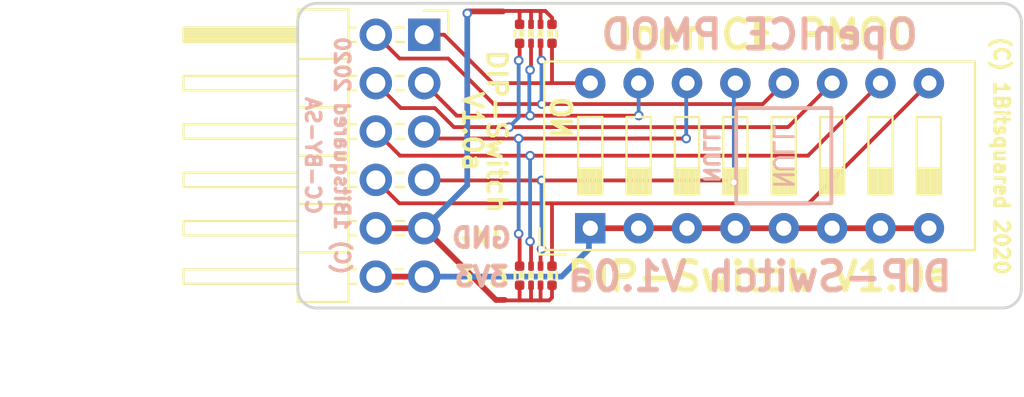
<source format=kicad_pcb>
(kicad_pcb (version 20171130) (host pcbnew "(5.1.4)-1")

  (general
    (thickness 1.6)
    (drawings 25)
    (tracks 128)
    (zones 0)
    (modules 5)
    (nets 11)
  )

  (page A4)
  (title_block
    (title "iCEBreaker PMOD - dip switch")
    (rev V1.1a)
    (company 1BitSquared)
    (comment 1 "(C) 2019 Piotr Esden-Tempski <piotr@esden.net>")
    (comment 2 "(C) 2019 1BitSquared <info@1bitsquared.com>")
    (comment 3 "License: CC-BY-SA V4.0")
  )

  (layers
    (0 F.Cu signal)
    (31 B.Cu signal)
    (32 B.Adhes user)
    (33 F.Adhes user)
    (34 B.Paste user)
    (35 F.Paste user)
    (36 B.SilkS user)
    (37 F.SilkS user)
    (38 B.Mask user)
    (39 F.Mask user)
    (40 Dwgs.User user)
    (41 Cmts.User user)
    (42 Eco1.User user)
    (43 Eco2.User user)
    (44 Edge.Cuts user)
    (45 Margin user)
    (46 B.CrtYd user)
    (47 F.CrtYd user)
    (48 B.Fab user)
    (49 F.Fab user)
  )

  (setup
    (last_trace_width 0.2)
    (user_trace_width 0.25)
    (user_trace_width 0.3)
    (trace_clearance 0.2)
    (zone_clearance 0.15)
    (zone_45_only no)
    (trace_min 0.2)
    (via_size 0.5)
    (via_drill 0.3)
    (via_min_size 0.5)
    (via_min_drill 0.3)
    (uvia_size 0.3)
    (uvia_drill 0.1)
    (uvias_allowed no)
    (uvia_min_size 0.2)
    (uvia_min_drill 0.1)
    (edge_width 0.15)
    (segment_width 0.2)
    (pcb_text_width 0.3)
    (pcb_text_size 1.5 1.5)
    (mod_edge_width 0.15)
    (mod_text_size 1 1)
    (mod_text_width 0.15)
    (pad_size 1.7 1.7)
    (pad_drill 1)
    (pad_to_mask_clearance 0.05)
    (solder_mask_min_width 0.05)
    (aux_axis_origin 30 48.2)
    (grid_origin 34.1 40.2)
    (visible_elements 7FFFFFFF)
    (pcbplotparams
      (layerselection 0x010fc_ffffffff)
      (usegerberextensions true)
      (usegerberattributes false)
      (usegerberadvancedattributes false)
      (creategerberjobfile false)
      (excludeedgelayer true)
      (linewidth 0.300000)
      (plotframeref false)
      (viasonmask false)
      (mode 1)
      (useauxorigin false)
      (hpglpennumber 1)
      (hpglpenspeed 20)
      (hpglpendiameter 15.000000)
      (psnegative false)
      (psa4output false)
      (plotreference true)
      (plotvalue true)
      (plotinvisibletext false)
      (padsonsilk false)
      (subtractmaskfromsilk true)
      (outputformat 1)
      (mirror false)
      (drillshape 0)
      (scaleselection 1)
      (outputdirectory "gerber"))
  )

  (net 0 "")
  (net 1 GND)
  (net 2 +3V3)
  (net 3 /DIP1)
  (net 4 /DIP2)
  (net 5 /DIP3)
  (net 6 /DIP4)
  (net 7 /DIP8)
  (net 8 /DIP7)
  (net 9 /DIP6)
  (net 10 /DIP5)

  (net_class Default "This is the default net class."
    (clearance 0.2)
    (trace_width 0.2)
    (via_dia 0.5)
    (via_drill 0.3)
    (uvia_dia 0.3)
    (uvia_drill 0.1)
    (add_net +3V3)
    (add_net /DIP1)
    (add_net /DIP2)
    (add_net /DIP3)
    (add_net /DIP4)
    (add_net /DIP5)
    (add_net /DIP6)
    (add_net /DIP7)
    (add_net /DIP8)
    (add_net GND)
  )

  (module pkl_logos:null_Logo_SilkS_5mm locked (layer B.Cu) (tedit 5E7ED123) (tstamp 5CAD879D)
    (at 55.52 40.2 90)
    (fp_text reference REF** (at 0 -4 90) (layer B.Fab)
      (effects (font (size 1 1) (thickness 0.15)) (justify mirror))
    )
    (fp_text value null_Logo_SilkS_5mm (at 0 4 90) (layer B.Fab)
      (effects (font (size 1 1) (thickness 0.15)) (justify mirror))
    )
    (fp_arc (start -0.4 -0.2) (end -0.7 -0.2) (angle 180) (layer B.SilkS) (width 0.15))
    (fp_line (start 1 -0.5) (end 1.5 -0.5) (layer B.SilkS) (width 0.15))
    (fp_line (start 1 0.5) (end 1 -0.5) (layer B.SilkS) (width 0.15))
    (fp_line (start 0.2 -0.5) (end 0.7 -0.5) (layer B.SilkS) (width 0.15))
    (fp_line (start 0.2 0.5) (end 0.2 -0.5) (layer B.SilkS) (width 0.15))
    (fp_line (start -0.1 0.5) (end -0.1 -0.2) (layer B.SilkS) (width 0.15))
    (fp_line (start -0.7 0.5) (end -0.7 -0.2) (layer B.SilkS) (width 0.15))
    (fp_line (start -1 -0.5) (end -1 0.5) (layer B.SilkS) (width 0.15))
    (fp_line (start -1.5 0.5) (end -1 -0.5) (layer B.SilkS) (width 0.15))
    (fp_line (start -1.5 -0.5) (end -1.5 0.5) (layer B.SilkS) (width 0.15))
    (fp_line (start 2.5 2.5) (end -2.5 2.5) (layer B.SilkS) (width 0.2))
    (fp_line (start -2.5 2.5) (end -2.5 -2.5) (layer B.SilkS) (width 0.2))
    (fp_line (start 2.5 2.5) (end 2.5 -2.5) (layer B.SilkS) (width 0.2))
    (fp_line (start -2.5 -2.5) (end 2.5 -2.5) (layer B.SilkS) (width 0.2))
  )

  (module Button_Switch_THT:SW_DIP_SPSTx08_Slide_9.78x22.5mm_W7.62mm_P2.54mm (layer F.Cu) (tedit 5CD9B3D5) (tstamp 5CDAF59B)
    (at 45.36 44.01 90)
    (descr "8x-dip-switch SPST , Slide, row spacing 7.62 mm (300 mils), body size 9.78x22.5mm (see e.g. https://www.ctscorp.com/wp-content/uploads/206-208.pdf)")
    (tags "DIP Switch SPST Slide 7.62mm 300mil")
    (path /5BC3452A)
    (fp_text reference SW1 (at 7.01 8.84) (layer F.Fab)
      (effects (font (size 1 1) (thickness 0.15)))
    )
    (fp_text value SW_DIP_x08 (at -0.09 8.84) (layer F.Fab)
      (effects (font (size 1 1) (thickness 0.15)))
    )
    (fp_text user on (at 5.365 -1.4975 90) (layer F.Fab)
      (effects (font (size 0.8 0.8) (thickness 0.12)))
    )
    (fp_line (start 8.95 -2.7) (end -1.35 -2.7) (layer F.CrtYd) (width 0.05))
    (fp_line (start 8.95 20.5) (end 8.95 -2.7) (layer F.CrtYd) (width 0.05))
    (fp_line (start -1.35 20.5) (end 8.95 20.5) (layer F.CrtYd) (width 0.05))
    (fp_line (start -1.35 -2.7) (end -1.35 20.5) (layer F.CrtYd) (width 0.05))
    (fp_line (start 3.133333 17.145) (end 3.133333 18.415) (layer F.SilkS) (width 0.12))
    (fp_line (start 1.78 18.345) (end 3.133333 18.345) (layer F.SilkS) (width 0.12))
    (fp_line (start 1.78 18.225) (end 3.133333 18.225) (layer F.SilkS) (width 0.12))
    (fp_line (start 1.78 18.105) (end 3.133333 18.105) (layer F.SilkS) (width 0.12))
    (fp_line (start 1.78 17.985) (end 3.133333 17.985) (layer F.SilkS) (width 0.12))
    (fp_line (start 1.78 17.865) (end 3.133333 17.865) (layer F.SilkS) (width 0.12))
    (fp_line (start 1.78 17.745) (end 3.133333 17.745) (layer F.SilkS) (width 0.12))
    (fp_line (start 1.78 17.625) (end 3.133333 17.625) (layer F.SilkS) (width 0.12))
    (fp_line (start 1.78 17.505) (end 3.133333 17.505) (layer F.SilkS) (width 0.12))
    (fp_line (start 1.78 17.385) (end 3.133333 17.385) (layer F.SilkS) (width 0.12))
    (fp_line (start 1.78 17.265) (end 3.133333 17.265) (layer F.SilkS) (width 0.12))
    (fp_line (start 5.84 17.145) (end 1.78 17.145) (layer F.SilkS) (width 0.12))
    (fp_line (start 5.84 18.415) (end 5.84 17.145) (layer F.SilkS) (width 0.12))
    (fp_line (start 1.78 18.415) (end 5.84 18.415) (layer F.SilkS) (width 0.12))
    (fp_line (start 1.78 17.145) (end 1.78 18.415) (layer F.SilkS) (width 0.12))
    (fp_line (start 3.133333 14.605) (end 3.133333 15.875) (layer F.SilkS) (width 0.12))
    (fp_line (start 1.78 15.805) (end 3.133333 15.805) (layer F.SilkS) (width 0.12))
    (fp_line (start 1.78 15.685) (end 3.133333 15.685) (layer F.SilkS) (width 0.12))
    (fp_line (start 1.78 15.565) (end 3.133333 15.565) (layer F.SilkS) (width 0.12))
    (fp_line (start 1.78 15.445) (end 3.133333 15.445) (layer F.SilkS) (width 0.12))
    (fp_line (start 1.78 15.325) (end 3.133333 15.325) (layer F.SilkS) (width 0.12))
    (fp_line (start 1.78 15.205) (end 3.133333 15.205) (layer F.SilkS) (width 0.12))
    (fp_line (start 1.78 15.085) (end 3.133333 15.085) (layer F.SilkS) (width 0.12))
    (fp_line (start 1.78 14.965) (end 3.133333 14.965) (layer F.SilkS) (width 0.12))
    (fp_line (start 1.78 14.845) (end 3.133333 14.845) (layer F.SilkS) (width 0.12))
    (fp_line (start 1.78 14.725) (end 3.133333 14.725) (layer F.SilkS) (width 0.12))
    (fp_line (start 5.84 14.605) (end 1.78 14.605) (layer F.SilkS) (width 0.12))
    (fp_line (start 5.84 15.875) (end 5.84 14.605) (layer F.SilkS) (width 0.12))
    (fp_line (start 1.78 15.875) (end 5.84 15.875) (layer F.SilkS) (width 0.12))
    (fp_line (start 1.78 14.605) (end 1.78 15.875) (layer F.SilkS) (width 0.12))
    (fp_line (start 3.133333 12.065) (end 3.133333 13.335) (layer F.SilkS) (width 0.12))
    (fp_line (start 1.78 13.265) (end 3.133333 13.265) (layer F.SilkS) (width 0.12))
    (fp_line (start 1.78 13.145) (end 3.133333 13.145) (layer F.SilkS) (width 0.12))
    (fp_line (start 1.78 13.025) (end 3.133333 13.025) (layer F.SilkS) (width 0.12))
    (fp_line (start 1.78 12.905) (end 3.133333 12.905) (layer F.SilkS) (width 0.12))
    (fp_line (start 1.78 12.785) (end 3.133333 12.785) (layer F.SilkS) (width 0.12))
    (fp_line (start 1.78 12.665) (end 3.133333 12.665) (layer F.SilkS) (width 0.12))
    (fp_line (start 1.78 12.545) (end 3.133333 12.545) (layer F.SilkS) (width 0.12))
    (fp_line (start 1.78 12.425) (end 3.133333 12.425) (layer F.SilkS) (width 0.12))
    (fp_line (start 1.78 12.305) (end 3.133333 12.305) (layer F.SilkS) (width 0.12))
    (fp_line (start 1.78 12.185) (end 3.133333 12.185) (layer F.SilkS) (width 0.12))
    (fp_line (start 5.84 12.065) (end 1.78 12.065) (layer F.SilkS) (width 0.12))
    (fp_line (start 5.84 13.335) (end 5.84 12.065) (layer F.SilkS) (width 0.12))
    (fp_line (start 1.78 13.335) (end 5.84 13.335) (layer F.SilkS) (width 0.12))
    (fp_line (start 1.78 12.065) (end 1.78 13.335) (layer F.SilkS) (width 0.12))
    (fp_line (start 3.133333 9.525) (end 3.133333 10.795) (layer F.SilkS) (width 0.12))
    (fp_line (start 1.78 10.725) (end 3.133333 10.725) (layer F.SilkS) (width 0.12))
    (fp_line (start 1.78 10.605) (end 3.133333 10.605) (layer F.SilkS) (width 0.12))
    (fp_line (start 1.78 10.485) (end 3.133333 10.485) (layer F.SilkS) (width 0.12))
    (fp_line (start 1.78 10.365) (end 3.133333 10.365) (layer F.SilkS) (width 0.12))
    (fp_line (start 1.78 10.245) (end 3.133333 10.245) (layer F.SilkS) (width 0.12))
    (fp_line (start 1.78 10.125) (end 3.133333 10.125) (layer F.SilkS) (width 0.12))
    (fp_line (start 1.78 10.005) (end 3.133333 10.005) (layer F.SilkS) (width 0.12))
    (fp_line (start 1.78 9.885) (end 3.133333 9.885) (layer F.SilkS) (width 0.12))
    (fp_line (start 1.78 9.765) (end 3.133333 9.765) (layer F.SilkS) (width 0.12))
    (fp_line (start 1.78 9.645) (end 3.133333 9.645) (layer F.SilkS) (width 0.12))
    (fp_line (start 5.84 9.525) (end 1.78 9.525) (layer F.SilkS) (width 0.12))
    (fp_line (start 5.84 10.795) (end 5.84 9.525) (layer F.SilkS) (width 0.12))
    (fp_line (start 1.78 10.795) (end 5.84 10.795) (layer F.SilkS) (width 0.12))
    (fp_line (start 1.78 9.525) (end 1.78 10.795) (layer F.SilkS) (width 0.12))
    (fp_line (start 3.133333 6.985) (end 3.133333 8.255) (layer F.SilkS) (width 0.12))
    (fp_line (start 1.78 8.185) (end 3.133333 8.185) (layer F.SilkS) (width 0.12))
    (fp_line (start 1.78 8.065) (end 3.133333 8.065) (layer F.SilkS) (width 0.12))
    (fp_line (start 1.78 7.945) (end 3.133333 7.945) (layer F.SilkS) (width 0.12))
    (fp_line (start 1.78 7.825) (end 3.133333 7.825) (layer F.SilkS) (width 0.12))
    (fp_line (start 1.78 7.705) (end 3.133333 7.705) (layer F.SilkS) (width 0.12))
    (fp_line (start 1.78 7.585) (end 3.133333 7.585) (layer F.SilkS) (width 0.12))
    (fp_line (start 1.78 7.465) (end 3.133333 7.465) (layer F.SilkS) (width 0.12))
    (fp_line (start 1.78 7.345) (end 3.133333 7.345) (layer F.SilkS) (width 0.12))
    (fp_line (start 1.78 7.225) (end 3.133333 7.225) (layer F.SilkS) (width 0.12))
    (fp_line (start 1.78 7.105) (end 3.133333 7.105) (layer F.SilkS) (width 0.12))
    (fp_line (start 5.84 6.985) (end 1.78 6.985) (layer F.SilkS) (width 0.12))
    (fp_line (start 5.84 8.255) (end 5.84 6.985) (layer F.SilkS) (width 0.12))
    (fp_line (start 1.78 8.255) (end 5.84 8.255) (layer F.SilkS) (width 0.12))
    (fp_line (start 1.78 6.985) (end 1.78 8.255) (layer F.SilkS) (width 0.12))
    (fp_line (start 3.133333 4.445) (end 3.133333 5.715) (layer F.SilkS) (width 0.12))
    (fp_line (start 1.78 5.645) (end 3.133333 5.645) (layer F.SilkS) (width 0.12))
    (fp_line (start 1.78 5.525) (end 3.133333 5.525) (layer F.SilkS) (width 0.12))
    (fp_line (start 1.78 5.405) (end 3.133333 5.405) (layer F.SilkS) (width 0.12))
    (fp_line (start 1.78 5.285) (end 3.133333 5.285) (layer F.SilkS) (width 0.12))
    (fp_line (start 1.78 5.165) (end 3.133333 5.165) (layer F.SilkS) (width 0.12))
    (fp_line (start 1.78 5.045) (end 3.133333 5.045) (layer F.SilkS) (width 0.12))
    (fp_line (start 1.78 4.925) (end 3.133333 4.925) (layer F.SilkS) (width 0.12))
    (fp_line (start 1.78 4.805) (end 3.133333 4.805) (layer F.SilkS) (width 0.12))
    (fp_line (start 1.78 4.685) (end 3.133333 4.685) (layer F.SilkS) (width 0.12))
    (fp_line (start 1.78 4.565) (end 3.133333 4.565) (layer F.SilkS) (width 0.12))
    (fp_line (start 5.84 4.445) (end 1.78 4.445) (layer F.SilkS) (width 0.12))
    (fp_line (start 5.84 5.715) (end 5.84 4.445) (layer F.SilkS) (width 0.12))
    (fp_line (start 1.78 5.715) (end 5.84 5.715) (layer F.SilkS) (width 0.12))
    (fp_line (start 1.78 4.445) (end 1.78 5.715) (layer F.SilkS) (width 0.12))
    (fp_line (start 3.133333 1.905) (end 3.133333 3.175) (layer F.SilkS) (width 0.12))
    (fp_line (start 1.78 3.105) (end 3.133333 3.105) (layer F.SilkS) (width 0.12))
    (fp_line (start 1.78 2.985) (end 3.133333 2.985) (layer F.SilkS) (width 0.12))
    (fp_line (start 1.78 2.865) (end 3.133333 2.865) (layer F.SilkS) (width 0.12))
    (fp_line (start 1.78 2.745) (end 3.133333 2.745) (layer F.SilkS) (width 0.12))
    (fp_line (start 1.78 2.625) (end 3.133333 2.625) (layer F.SilkS) (width 0.12))
    (fp_line (start 1.78 2.505) (end 3.133333 2.505) (layer F.SilkS) (width 0.12))
    (fp_line (start 1.78 2.385) (end 3.133333 2.385) (layer F.SilkS) (width 0.12))
    (fp_line (start 1.78 2.265) (end 3.133333 2.265) (layer F.SilkS) (width 0.12))
    (fp_line (start 1.78 2.145) (end 3.133333 2.145) (layer F.SilkS) (width 0.12))
    (fp_line (start 1.78 2.025) (end 3.133333 2.025) (layer F.SilkS) (width 0.12))
    (fp_line (start 5.84 1.905) (end 1.78 1.905) (layer F.SilkS) (width 0.12))
    (fp_line (start 5.84 3.175) (end 5.84 1.905) (layer F.SilkS) (width 0.12))
    (fp_line (start 1.78 3.175) (end 5.84 3.175) (layer F.SilkS) (width 0.12))
    (fp_line (start 1.78 1.905) (end 1.78 3.175) (layer F.SilkS) (width 0.12))
    (fp_line (start 3.133333 -0.635) (end 3.133333 0.635) (layer F.SilkS) (width 0.12))
    (fp_line (start 1.78 0.565) (end 3.133333 0.565) (layer F.SilkS) (width 0.12))
    (fp_line (start 1.78 0.445) (end 3.133333 0.445) (layer F.SilkS) (width 0.12))
    (fp_line (start 1.78 0.325) (end 3.133333 0.325) (layer F.SilkS) (width 0.12))
    (fp_line (start 1.78 0.205) (end 3.133333 0.205) (layer F.SilkS) (width 0.12))
    (fp_line (start 1.78 0.085) (end 3.133333 0.085) (layer F.SilkS) (width 0.12))
    (fp_line (start 1.78 -0.035) (end 3.133333 -0.035) (layer F.SilkS) (width 0.12))
    (fp_line (start 1.78 -0.155) (end 3.133333 -0.155) (layer F.SilkS) (width 0.12))
    (fp_line (start 1.78 -0.275) (end 3.133333 -0.275) (layer F.SilkS) (width 0.12))
    (fp_line (start 1.78 -0.395) (end 3.133333 -0.395) (layer F.SilkS) (width 0.12))
    (fp_line (start 1.78 -0.515) (end 3.133333 -0.515) (layer F.SilkS) (width 0.12))
    (fp_line (start 5.84 -0.635) (end 1.78 -0.635) (layer F.SilkS) (width 0.12))
    (fp_line (start 5.84 0.635) (end 5.84 -0.635) (layer F.SilkS) (width 0.12))
    (fp_line (start 1.78 0.635) (end 5.84 0.635) (layer F.SilkS) (width 0.12))
    (fp_line (start 1.78 -0.635) (end 1.78 0.635) (layer F.SilkS) (width 0.12))
    (fp_line (start -1.38 -2.66) (end -1.38 -1.277) (layer F.SilkS) (width 0.12))
    (fp_line (start -1.38 -2.66) (end 0.004 -2.66) (layer F.SilkS) (width 0.12))
    (fp_line (start 8.76 -2.42) (end 8.76 20.201) (layer F.SilkS) (width 0.12))
    (fp_line (start -1.14 -2.42) (end -1.14 20.201) (layer F.SilkS) (width 0.12))
    (fp_line (start -1.14 20.201) (end 8.76 20.201) (layer F.SilkS) (width 0.12))
    (fp_line (start -1.14 -2.42) (end 8.76 -2.42) (layer F.SilkS) (width 0.12))
    (fp_line (start 3.133333 17.145) (end 3.133333 18.415) (layer F.Fab) (width 0.1))
    (fp_line (start 1.78 18.345) (end 3.133333 18.345) (layer F.Fab) (width 0.1))
    (fp_line (start 1.78 18.245) (end 3.133333 18.245) (layer F.Fab) (width 0.1))
    (fp_line (start 1.78 18.145) (end 3.133333 18.145) (layer F.Fab) (width 0.1))
    (fp_line (start 1.78 18.045) (end 3.133333 18.045) (layer F.Fab) (width 0.1))
    (fp_line (start 1.78 17.945) (end 3.133333 17.945) (layer F.Fab) (width 0.1))
    (fp_line (start 1.78 17.845) (end 3.133333 17.845) (layer F.Fab) (width 0.1))
    (fp_line (start 1.78 17.745) (end 3.133333 17.745) (layer F.Fab) (width 0.1))
    (fp_line (start 1.78 17.645) (end 3.133333 17.645) (layer F.Fab) (width 0.1))
    (fp_line (start 1.78 17.545) (end 3.133333 17.545) (layer F.Fab) (width 0.1))
    (fp_line (start 1.78 17.445) (end 3.133333 17.445) (layer F.Fab) (width 0.1))
    (fp_line (start 1.78 17.345) (end 3.133333 17.345) (layer F.Fab) (width 0.1))
    (fp_line (start 1.78 17.245) (end 3.133333 17.245) (layer F.Fab) (width 0.1))
    (fp_line (start 5.84 17.145) (end 1.78 17.145) (layer F.Fab) (width 0.1))
    (fp_line (start 5.84 18.415) (end 5.84 17.145) (layer F.Fab) (width 0.1))
    (fp_line (start 1.78 18.415) (end 5.84 18.415) (layer F.Fab) (width 0.1))
    (fp_line (start 1.78 17.145) (end 1.78 18.415) (layer F.Fab) (width 0.1))
    (fp_line (start 3.133333 14.605) (end 3.133333 15.875) (layer F.Fab) (width 0.1))
    (fp_line (start 1.78 15.805) (end 3.133333 15.805) (layer F.Fab) (width 0.1))
    (fp_line (start 1.78 15.705) (end 3.133333 15.705) (layer F.Fab) (width 0.1))
    (fp_line (start 1.78 15.605) (end 3.133333 15.605) (layer F.Fab) (width 0.1))
    (fp_line (start 1.78 15.505) (end 3.133333 15.505) (layer F.Fab) (width 0.1))
    (fp_line (start 1.78 15.405) (end 3.133333 15.405) (layer F.Fab) (width 0.1))
    (fp_line (start 1.78 15.305) (end 3.133333 15.305) (layer F.Fab) (width 0.1))
    (fp_line (start 1.78 15.205) (end 3.133333 15.205) (layer F.Fab) (width 0.1))
    (fp_line (start 1.78 15.105) (end 3.133333 15.105) (layer F.Fab) (width 0.1))
    (fp_line (start 1.78 15.005) (end 3.133333 15.005) (layer F.Fab) (width 0.1))
    (fp_line (start 1.78 14.905) (end 3.133333 14.905) (layer F.Fab) (width 0.1))
    (fp_line (start 1.78 14.805) (end 3.133333 14.805) (layer F.Fab) (width 0.1))
    (fp_line (start 1.78 14.705) (end 3.133333 14.705) (layer F.Fab) (width 0.1))
    (fp_line (start 5.84 14.605) (end 1.78 14.605) (layer F.Fab) (width 0.1))
    (fp_line (start 5.84 15.875) (end 5.84 14.605) (layer F.Fab) (width 0.1))
    (fp_line (start 1.78 15.875) (end 5.84 15.875) (layer F.Fab) (width 0.1))
    (fp_line (start 1.78 14.605) (end 1.78 15.875) (layer F.Fab) (width 0.1))
    (fp_line (start 3.133333 12.065) (end 3.133333 13.335) (layer F.Fab) (width 0.1))
    (fp_line (start 1.78 13.265) (end 3.133333 13.265) (layer F.Fab) (width 0.1))
    (fp_line (start 1.78 13.165) (end 3.133333 13.165) (layer F.Fab) (width 0.1))
    (fp_line (start 1.78 13.065) (end 3.133333 13.065) (layer F.Fab) (width 0.1))
    (fp_line (start 1.78 12.965) (end 3.133333 12.965) (layer F.Fab) (width 0.1))
    (fp_line (start 1.78 12.865) (end 3.133333 12.865) (layer F.Fab) (width 0.1))
    (fp_line (start 1.78 12.765) (end 3.133333 12.765) (layer F.Fab) (width 0.1))
    (fp_line (start 1.78 12.665) (end 3.133333 12.665) (layer F.Fab) (width 0.1))
    (fp_line (start 1.78 12.565) (end 3.133333 12.565) (layer F.Fab) (width 0.1))
    (fp_line (start 1.78 12.465) (end 3.133333 12.465) (layer F.Fab) (width 0.1))
    (fp_line (start 1.78 12.365) (end 3.133333 12.365) (layer F.Fab) (width 0.1))
    (fp_line (start 1.78 12.265) (end 3.133333 12.265) (layer F.Fab) (width 0.1))
    (fp_line (start 1.78 12.165) (end 3.133333 12.165) (layer F.Fab) (width 0.1))
    (fp_line (start 5.84 12.065) (end 1.78 12.065) (layer F.Fab) (width 0.1))
    (fp_line (start 5.84 13.335) (end 5.84 12.065) (layer F.Fab) (width 0.1))
    (fp_line (start 1.78 13.335) (end 5.84 13.335) (layer F.Fab) (width 0.1))
    (fp_line (start 1.78 12.065) (end 1.78 13.335) (layer F.Fab) (width 0.1))
    (fp_line (start 3.133333 9.525) (end 3.133333 10.795) (layer F.Fab) (width 0.1))
    (fp_line (start 1.78 10.725) (end 3.133333 10.725) (layer F.Fab) (width 0.1))
    (fp_line (start 1.78 10.625) (end 3.133333 10.625) (layer F.Fab) (width 0.1))
    (fp_line (start 1.78 10.525) (end 3.133333 10.525) (layer F.Fab) (width 0.1))
    (fp_line (start 1.78 10.425) (end 3.133333 10.425) (layer F.Fab) (width 0.1))
    (fp_line (start 1.78 10.325) (end 3.133333 10.325) (layer F.Fab) (width 0.1))
    (fp_line (start 1.78 10.225) (end 3.133333 10.225) (layer F.Fab) (width 0.1))
    (fp_line (start 1.78 10.125) (end 3.133333 10.125) (layer F.Fab) (width 0.1))
    (fp_line (start 1.78 10.025) (end 3.133333 10.025) (layer F.Fab) (width 0.1))
    (fp_line (start 1.78 9.925) (end 3.133333 9.925) (layer F.Fab) (width 0.1))
    (fp_line (start 1.78 9.825) (end 3.133333 9.825) (layer F.Fab) (width 0.1))
    (fp_line (start 1.78 9.725) (end 3.133333 9.725) (layer F.Fab) (width 0.1))
    (fp_line (start 1.78 9.625) (end 3.133333 9.625) (layer F.Fab) (width 0.1))
    (fp_line (start 5.84 9.525) (end 1.78 9.525) (layer F.Fab) (width 0.1))
    (fp_line (start 5.84 10.795) (end 5.84 9.525) (layer F.Fab) (width 0.1))
    (fp_line (start 1.78 10.795) (end 5.84 10.795) (layer F.Fab) (width 0.1))
    (fp_line (start 1.78 9.525) (end 1.78 10.795) (layer F.Fab) (width 0.1))
    (fp_line (start 3.133333 6.985) (end 3.133333 8.255) (layer F.Fab) (width 0.1))
    (fp_line (start 1.78 8.185) (end 3.133333 8.185) (layer F.Fab) (width 0.1))
    (fp_line (start 1.78 8.085) (end 3.133333 8.085) (layer F.Fab) (width 0.1))
    (fp_line (start 1.78 7.985) (end 3.133333 7.985) (layer F.Fab) (width 0.1))
    (fp_line (start 1.78 7.885) (end 3.133333 7.885) (layer F.Fab) (width 0.1))
    (fp_line (start 1.78 7.785) (end 3.133333 7.785) (layer F.Fab) (width 0.1))
    (fp_line (start 1.78 7.685) (end 3.133333 7.685) (layer F.Fab) (width 0.1))
    (fp_line (start 1.78 7.585) (end 3.133333 7.585) (layer F.Fab) (width 0.1))
    (fp_line (start 1.78 7.485) (end 3.133333 7.485) (layer F.Fab) (width 0.1))
    (fp_line (start 1.78 7.385) (end 3.133333 7.385) (layer F.Fab) (width 0.1))
    (fp_line (start 1.78 7.285) (end 3.133333 7.285) (layer F.Fab) (width 0.1))
    (fp_line (start 1.78 7.185) (end 3.133333 7.185) (layer F.Fab) (width 0.1))
    (fp_line (start 1.78 7.085) (end 3.133333 7.085) (layer F.Fab) (width 0.1))
    (fp_line (start 5.84 6.985) (end 1.78 6.985) (layer F.Fab) (width 0.1))
    (fp_line (start 5.84 8.255) (end 5.84 6.985) (layer F.Fab) (width 0.1))
    (fp_line (start 1.78 8.255) (end 5.84 8.255) (layer F.Fab) (width 0.1))
    (fp_line (start 1.78 6.985) (end 1.78 8.255) (layer F.Fab) (width 0.1))
    (fp_line (start 3.133333 4.445) (end 3.133333 5.715) (layer F.Fab) (width 0.1))
    (fp_line (start 1.78 5.645) (end 3.133333 5.645) (layer F.Fab) (width 0.1))
    (fp_line (start 1.78 5.545) (end 3.133333 5.545) (layer F.Fab) (width 0.1))
    (fp_line (start 1.78 5.445) (end 3.133333 5.445) (layer F.Fab) (width 0.1))
    (fp_line (start 1.78 5.345) (end 3.133333 5.345) (layer F.Fab) (width 0.1))
    (fp_line (start 1.78 5.245) (end 3.133333 5.245) (layer F.Fab) (width 0.1))
    (fp_line (start 1.78 5.145) (end 3.133333 5.145) (layer F.Fab) (width 0.1))
    (fp_line (start 1.78 5.045) (end 3.133333 5.045) (layer F.Fab) (width 0.1))
    (fp_line (start 1.78 4.945) (end 3.133333 4.945) (layer F.Fab) (width 0.1))
    (fp_line (start 1.78 4.845) (end 3.133333 4.845) (layer F.Fab) (width 0.1))
    (fp_line (start 1.78 4.745) (end 3.133333 4.745) (layer F.Fab) (width 0.1))
    (fp_line (start 1.78 4.645) (end 3.133333 4.645) (layer F.Fab) (width 0.1))
    (fp_line (start 1.78 4.545) (end 3.133333 4.545) (layer F.Fab) (width 0.1))
    (fp_line (start 5.84 4.445) (end 1.78 4.445) (layer F.Fab) (width 0.1))
    (fp_line (start 5.84 5.715) (end 5.84 4.445) (layer F.Fab) (width 0.1))
    (fp_line (start 1.78 5.715) (end 5.84 5.715) (layer F.Fab) (width 0.1))
    (fp_line (start 1.78 4.445) (end 1.78 5.715) (layer F.Fab) (width 0.1))
    (fp_line (start 3.133333 1.905) (end 3.133333 3.175) (layer F.Fab) (width 0.1))
    (fp_line (start 1.78 3.105) (end 3.133333 3.105) (layer F.Fab) (width 0.1))
    (fp_line (start 1.78 3.005) (end 3.133333 3.005) (layer F.Fab) (width 0.1))
    (fp_line (start 1.78 2.905) (end 3.133333 2.905) (layer F.Fab) (width 0.1))
    (fp_line (start 1.78 2.805) (end 3.133333 2.805) (layer F.Fab) (width 0.1))
    (fp_line (start 1.78 2.705) (end 3.133333 2.705) (layer F.Fab) (width 0.1))
    (fp_line (start 1.78 2.605) (end 3.133333 2.605) (layer F.Fab) (width 0.1))
    (fp_line (start 1.78 2.505) (end 3.133333 2.505) (layer F.Fab) (width 0.1))
    (fp_line (start 1.78 2.405) (end 3.133333 2.405) (layer F.Fab) (width 0.1))
    (fp_line (start 1.78 2.305) (end 3.133333 2.305) (layer F.Fab) (width 0.1))
    (fp_line (start 1.78 2.205) (end 3.133333 2.205) (layer F.Fab) (width 0.1))
    (fp_line (start 1.78 2.105) (end 3.133333 2.105) (layer F.Fab) (width 0.1))
    (fp_line (start 1.78 2.005) (end 3.133333 2.005) (layer F.Fab) (width 0.1))
    (fp_line (start 5.84 1.905) (end 1.78 1.905) (layer F.Fab) (width 0.1))
    (fp_line (start 5.84 3.175) (end 5.84 1.905) (layer F.Fab) (width 0.1))
    (fp_line (start 1.78 3.175) (end 5.84 3.175) (layer F.Fab) (width 0.1))
    (fp_line (start 1.78 1.905) (end 1.78 3.175) (layer F.Fab) (width 0.1))
    (fp_line (start 3.133333 -0.635) (end 3.133333 0.635) (layer F.Fab) (width 0.1))
    (fp_line (start 1.78 0.565) (end 3.133333 0.565) (layer F.Fab) (width 0.1))
    (fp_line (start 1.78 0.465) (end 3.133333 0.465) (layer F.Fab) (width 0.1))
    (fp_line (start 1.78 0.365) (end 3.133333 0.365) (layer F.Fab) (width 0.1))
    (fp_line (start 1.78 0.265) (end 3.133333 0.265) (layer F.Fab) (width 0.1))
    (fp_line (start 1.78 0.165) (end 3.133333 0.165) (layer F.Fab) (width 0.1))
    (fp_line (start 1.78 0.065) (end 3.133333 0.065) (layer F.Fab) (width 0.1))
    (fp_line (start 1.78 -0.035) (end 3.133333 -0.035) (layer F.Fab) (width 0.1))
    (fp_line (start 1.78 -0.135) (end 3.133333 -0.135) (layer F.Fab) (width 0.1))
    (fp_line (start 1.78 -0.235) (end 3.133333 -0.235) (layer F.Fab) (width 0.1))
    (fp_line (start 1.78 -0.335) (end 3.133333 -0.335) (layer F.Fab) (width 0.1))
    (fp_line (start 1.78 -0.435) (end 3.133333 -0.435) (layer F.Fab) (width 0.1))
    (fp_line (start 1.78 -0.535) (end 3.133333 -0.535) (layer F.Fab) (width 0.1))
    (fp_line (start 5.84 -0.635) (end 1.78 -0.635) (layer F.Fab) (width 0.1))
    (fp_line (start 5.84 0.635) (end 5.84 -0.635) (layer F.Fab) (width 0.1))
    (fp_line (start 1.78 0.635) (end 5.84 0.635) (layer F.Fab) (width 0.1))
    (fp_line (start 1.78 -0.635) (end 1.78 0.635) (layer F.Fab) (width 0.1))
    (fp_line (start -1.08 -1.36) (end -0.08 -2.36) (layer F.Fab) (width 0.1))
    (fp_line (start -1.08 20.14) (end -1.08 -1.36) (layer F.Fab) (width 0.1))
    (fp_line (start 8.7 20.14) (end -1.08 20.14) (layer F.Fab) (width 0.1))
    (fp_line (start 8.7 -2.36) (end 8.7 20.14) (layer F.Fab) (width 0.1))
    (fp_line (start -0.08 -2.36) (end 8.7 -2.36) (layer F.Fab) (width 0.1))
    (pad 16 thru_hole oval (at 7.62 0 90) (size 1.6 1.6) (drill 0.8) (layers *.Cu *.Mask)
      (net 3 /DIP1))
    (pad 8 thru_hole oval (at 0 17.78 90) (size 1.6 1.6) (drill 0.8) (layers *.Cu *.Mask)
      (net 2 +3V3))
    (pad 15 thru_hole oval (at 7.62 2.54 90) (size 1.6 1.6) (drill 0.8) (layers *.Cu *.Mask)
      (net 4 /DIP2))
    (pad 7 thru_hole oval (at 0 15.24 90) (size 1.6 1.6) (drill 0.8) (layers *.Cu *.Mask)
      (net 2 +3V3))
    (pad 14 thru_hole oval (at 7.62 5.08 90) (size 1.6 1.6) (drill 0.8) (layers *.Cu *.Mask)
      (net 5 /DIP3))
    (pad 6 thru_hole oval (at 0 12.7 90) (size 1.6 1.6) (drill 0.8) (layers *.Cu *.Mask)
      (net 2 +3V3))
    (pad 13 thru_hole oval (at 7.62 7.62 90) (size 1.6 1.6) (drill 0.8) (layers *.Cu *.Mask)
      (net 6 /DIP4))
    (pad 5 thru_hole oval (at 0 10.16 90) (size 1.6 1.6) (drill 0.8) (layers *.Cu *.Mask)
      (net 2 +3V3))
    (pad 12 thru_hole oval (at 7.62 10.16 90) (size 1.6 1.6) (drill 0.8) (layers *.Cu *.Mask)
      (net 10 /DIP5))
    (pad 4 thru_hole oval (at 0 7.62 90) (size 1.6 1.6) (drill 0.8) (layers *.Cu *.Mask)
      (net 2 +3V3))
    (pad 11 thru_hole oval (at 7.62 12.7 90) (size 1.6 1.6) (drill 0.8) (layers *.Cu *.Mask)
      (net 9 /DIP6))
    (pad 3 thru_hole oval (at 0 5.08 90) (size 1.6 1.6) (drill 0.8) (layers *.Cu *.Mask)
      (net 2 +3V3))
    (pad 10 thru_hole oval (at 7.62 15.24 90) (size 1.6 1.6) (drill 0.8) (layers *.Cu *.Mask)
      (net 8 /DIP7))
    (pad 2 thru_hole oval (at 0 2.54 90) (size 1.6 1.6) (drill 0.8) (layers *.Cu *.Mask)
      (net 2 +3V3))
    (pad 9 thru_hole oval (at 7.62 17.78 90) (size 1.6 1.6) (drill 0.8) (layers *.Cu *.Mask)
      (net 7 /DIP8))
    (pad 1 thru_hole rect (at 0 0 90) (size 1.6 1.6) (drill 0.8) (layers *.Cu *.Mask)
      (net 2 +3V3))
    (model ${KISYS3DMOD}/Button_Switch_THT.3dshapes/SW_DIP_x8_W7.62mm_Slide.step
      (at (xyz 0 0 0))
      (scale (xyz 1 1 1))
      (rotate (xyz 0 0 0))
    )
  )

  (module pkl_dipol:R_Array_Convex_4x0402 (layer F.Cu) (tedit 5CD9B331) (tstamp 5CAC64F7)
    (at 42.5 33.8 270)
    (descr "Thick Film Chip Resistor Array, Wave soldering, Vishay CRA06P (see cra06p.pdf)")
    (tags "resistor array")
    (path /5BC0F016)
    (solder_mask_margin 0.05)
    (attr smd)
    (fp_text reference R1 (at 0 0 180) (layer F.Fab)
      (effects (font (size 0.75 0.75) (thickness 0.15)))
    )
    (fp_text value 10k (at 0 -2.4 180) (layer F.Fab)
      (effects (font (size 0.75 0.75) (thickness 0.15)))
    )
    (fp_line (start -1 -1.35) (end 1 -1.35) (layer F.CrtYd) (width 0.05))
    (fp_line (start -1 1.35) (end 1 1.35) (layer F.CrtYd) (width 0.05))
    (fp_line (start -1 -1.35) (end -1 1.35) (layer F.CrtYd) (width 0.05))
    (fp_line (start 1 -1.35) (end 1 1.35) (layer F.CrtYd) (width 0.05))
    (fp_line (start 0.15 1.1) (end -0.15 1.1) (layer F.SilkS) (width 0.15))
    (fp_line (start 0.15 -1.1) (end -0.15 -1.1) (layer F.SilkS) (width 0.15))
    (fp_poly (pts (xy -0.175 -0.375) (xy 0.175 -0.375) (xy 0.175 -0.125) (xy -0.175 -0.125)) (layer F.SilkS) (width 0.05))
    (fp_poly (pts (xy -0.175 -0.875) (xy 0.175 -0.875) (xy 0.175 -0.625) (xy -0.175 -0.625)) (layer F.SilkS) (width 0.05))
    (fp_poly (pts (xy -0.175 0.125) (xy 0.175 0.125) (xy 0.175 0.375) (xy -0.175 0.375)) (layer F.SilkS) (width 0.05))
    (fp_poly (pts (xy -0.175 0.625) (xy 0.175 0.625) (xy 0.175 0.875) (xy -0.175 0.875)) (layer F.SilkS) (width 0.05))
    (pad 3 smd roundrect (at -0.5 -0.25 270) (size 0.5 0.3) (layers F.Cu F.Paste F.Mask) (roundrect_rratio 0.25)
      (net 1 GND))
    (pad 5 smd roundrect (at -0.5 0.25 270) (size 0.5 0.3) (layers F.Cu F.Paste F.Mask) (roundrect_rratio 0.25)
      (net 1 GND))
    (pad 1 smd roundrect (at -0.5 -0.85 270) (size 0.5 0.5) (layers F.Cu F.Paste F.Mask) (roundrect_rratio 0.25)
      (net 1 GND))
    (pad 7 smd roundrect (at -0.5 0.85 270) (size 0.5 0.5) (layers F.Cu F.Paste F.Mask) (roundrect_rratio 0.25)
      (net 1 GND))
    (pad 2 smd roundrect (at 0.5 -0.85 270) (size 0.5 0.5) (layers F.Cu F.Paste F.Mask) (roundrect_rratio 0.25)
      (net 3 /DIP1))
    (pad 4 smd roundrect (at 0.5 -0.25 270) (size 0.5 0.3) (layers F.Cu F.Paste F.Mask) (roundrect_rratio 0.25)
      (net 10 /DIP5))
    (pad 6 smd roundrect (at 0.5 0.25 270) (size 0.5 0.3) (layers F.Cu F.Paste F.Mask) (roundrect_rratio 0.25)
      (net 4 /DIP2))
    (pad 8 smd roundrect (at 0.5 0.85 270) (size 0.5 0.5) (layers F.Cu F.Paste F.Mask) (roundrect_rratio 0.25)
      (net 9 /DIP6))
    (model ${KISYS3DMOD}/Resistor_SMD.3dshapes/R_Array_Convex_4x0402.step
      (at (xyz 0 0 0))
      (scale (xyz 1 1 1))
      (rotate (xyz 0 0 0))
    )
  )

  (module pkl_dipol:R_Array_Convex_4x0402 (layer F.Cu) (tedit 5CD9B31C) (tstamp 5BCB315F)
    (at 42.5 46.5 90)
    (descr "Thick Film Chip Resistor Array, Wave soldering, Vishay CRA06P (see cra06p.pdf)")
    (tags "resistor array")
    (path /5BC0EFF6)
    (solder_mask_margin 0.05)
    (attr smd)
    (fp_text reference R2 (at 0 0 180) (layer F.Fab)
      (effects (font (size 0.75 0.75) (thickness 0.15)))
    )
    (fp_text value 10k (at 0 2.4 180) (layer F.Fab)
      (effects (font (size 0.75 0.75) (thickness 0.15)))
    )
    (fp_poly (pts (xy -0.175 0.625) (xy 0.175 0.625) (xy 0.175 0.875) (xy -0.175 0.875)) (layer F.SilkS) (width 0.05))
    (fp_poly (pts (xy -0.175 0.125) (xy 0.175 0.125) (xy 0.175 0.375) (xy -0.175 0.375)) (layer F.SilkS) (width 0.05))
    (fp_poly (pts (xy -0.175 -0.875) (xy 0.175 -0.875) (xy 0.175 -0.625) (xy -0.175 -0.625)) (layer F.SilkS) (width 0.05))
    (fp_poly (pts (xy -0.175 -0.375) (xy 0.175 -0.375) (xy 0.175 -0.125) (xy -0.175 -0.125)) (layer F.SilkS) (width 0.05))
    (fp_line (start 0.15 -1.1) (end -0.15 -1.1) (layer F.SilkS) (width 0.15))
    (fp_line (start 0.15 1.1) (end -0.15 1.1) (layer F.SilkS) (width 0.15))
    (fp_line (start 1 -1.35) (end 1 1.35) (layer F.CrtYd) (width 0.05))
    (fp_line (start -1 -1.35) (end -1 1.35) (layer F.CrtYd) (width 0.05))
    (fp_line (start -1 1.35) (end 1 1.35) (layer F.CrtYd) (width 0.05))
    (fp_line (start -1 -1.35) (end 1 -1.35) (layer F.CrtYd) (width 0.05))
    (pad 8 smd roundrect (at 0.5 0.85 90) (size 0.5 0.5) (layers F.Cu F.Paste F.Mask) (roundrect_rratio 0.25)
      (net 7 /DIP8))
    (pad 6 smd roundrect (at 0.5 0.25 90) (size 0.5 0.3) (layers F.Cu F.Paste F.Mask) (roundrect_rratio 0.25)
      (net 6 /DIP4))
    (pad 4 smd roundrect (at 0.5 -0.25 90) (size 0.5 0.3) (layers F.Cu F.Paste F.Mask) (roundrect_rratio 0.25)
      (net 8 /DIP7))
    (pad 2 smd roundrect (at 0.5 -0.85 90) (size 0.5 0.5) (layers F.Cu F.Paste F.Mask) (roundrect_rratio 0.25)
      (net 5 /DIP3))
    (pad 7 smd roundrect (at -0.5 0.85 90) (size 0.5 0.5) (layers F.Cu F.Paste F.Mask) (roundrect_rratio 0.25)
      (net 1 GND))
    (pad 1 smd roundrect (at -0.5 -0.85 90) (size 0.5 0.5) (layers F.Cu F.Paste F.Mask) (roundrect_rratio 0.25)
      (net 1 GND))
    (pad 5 smd roundrect (at -0.5 0.25 90) (size 0.5 0.3) (layers F.Cu F.Paste F.Mask) (roundrect_rratio 0.25)
      (net 1 GND))
    (pad 3 smd roundrect (at -0.5 -0.25 90) (size 0.5 0.3) (layers F.Cu F.Paste F.Mask) (roundrect_rratio 0.25)
      (net 1 GND))
    (model ${KISYS3DMOD}/Resistor_SMD.3dshapes/R_Array_Convex_4x0402.step
      (at (xyz 0 0 0))
      (scale (xyz 1 1 1))
      (rotate (xyz 0 0 0))
    )
  )

  (module pkl_connectors:PMODHeader_2x06_P2.54mm_Horizontal (layer F.Cu) (tedit 5AECF65A) (tstamp 5AEDD631)
    (at 36.64 46.55 180)
    (descr "Through hole angled pin header, 2x06, 2.54mm pitch, 6mm pin length, double rows")
    (tags "Through hole angled pin header THT 2x06 2.54mm double row")
    (path /5ADECDD2)
    (fp_text reference J1 (at 1.24 6.35 180) (layer F.Fab)
      (effects (font (size 1 1) (thickness 0.15)))
    )
    (fp_text value PMOD (at 1.24 3.85 180) (layer F.Fab)
      (effects (font (size 1 1) (thickness 0.15)))
    )
    (fp_line (start 4.064 -1.27) (end 6.58 -1.27) (layer F.Fab) (width 0.1))
    (fp_line (start 6.58 -1.27) (end 6.58 13.97) (layer F.Fab) (width 0.1))
    (fp_line (start 6.58 13.97) (end 4.699 13.97) (layer F.Fab) (width 0.1))
    (fp_line (start 4.064 13.335) (end 4.064 -1.27) (layer F.Fab) (width 0.1))
    (fp_line (start 4.04 13.335) (end 4.675 13.97) (layer F.Fab) (width 0.1))
    (fp_line (start -0.32 -0.32) (end 4.04 -0.32) (layer F.Fab) (width 0.1))
    (fp_line (start -0.32 -0.32) (end -0.32 0.32) (layer F.Fab) (width 0.1))
    (fp_line (start -0.32 0.32) (end 4.04 0.32) (layer F.Fab) (width 0.1))
    (fp_line (start 6.58 -0.32) (end 12.58 -0.32) (layer F.Fab) (width 0.1))
    (fp_line (start 12.58 -0.32) (end 12.58 0.32) (layer F.Fab) (width 0.1))
    (fp_line (start 6.58 0.32) (end 12.58 0.32) (layer F.Fab) (width 0.1))
    (fp_line (start -0.32 2.22) (end 4.04 2.22) (layer F.Fab) (width 0.1))
    (fp_line (start -0.32 2.22) (end -0.32 2.86) (layer F.Fab) (width 0.1))
    (fp_line (start -0.32 2.86) (end 4.04 2.86) (layer F.Fab) (width 0.1))
    (fp_line (start 6.58 2.22) (end 12.58 2.22) (layer F.Fab) (width 0.1))
    (fp_line (start 12.58 2.22) (end 12.58 2.86) (layer F.Fab) (width 0.1))
    (fp_line (start 6.58 2.86) (end 12.58 2.86) (layer F.Fab) (width 0.1))
    (fp_line (start -0.32 4.76) (end 4.04 4.76) (layer F.Fab) (width 0.1))
    (fp_line (start -0.32 4.76) (end -0.32 5.4) (layer F.Fab) (width 0.1))
    (fp_line (start -0.32 5.4) (end 4.04 5.4) (layer F.Fab) (width 0.1))
    (fp_line (start 6.58 4.76) (end 12.58 4.76) (layer F.Fab) (width 0.1))
    (fp_line (start 12.58 4.76) (end 12.58 5.4) (layer F.Fab) (width 0.1))
    (fp_line (start 6.58 5.4) (end 12.58 5.4) (layer F.Fab) (width 0.1))
    (fp_line (start -0.32 7.3) (end 4.04 7.3) (layer F.Fab) (width 0.1))
    (fp_line (start -0.32 7.3) (end -0.32 7.94) (layer F.Fab) (width 0.1))
    (fp_line (start -0.32 7.94) (end 4.04 7.94) (layer F.Fab) (width 0.1))
    (fp_line (start 6.58 7.3) (end 12.58 7.3) (layer F.Fab) (width 0.1))
    (fp_line (start 12.58 7.3) (end 12.58 7.94) (layer F.Fab) (width 0.1))
    (fp_line (start 6.58 7.94) (end 12.58 7.94) (layer F.Fab) (width 0.1))
    (fp_line (start -0.32 9.84) (end 4.04 9.84) (layer F.Fab) (width 0.1))
    (fp_line (start -0.32 9.84) (end -0.32 10.48) (layer F.Fab) (width 0.1))
    (fp_line (start -0.32 10.48) (end 4.04 10.48) (layer F.Fab) (width 0.1))
    (fp_line (start 6.58 9.84) (end 12.58 9.84) (layer F.Fab) (width 0.1))
    (fp_line (start 12.58 9.84) (end 12.58 10.48) (layer F.Fab) (width 0.1))
    (fp_line (start 6.58 10.48) (end 12.58 10.48) (layer F.Fab) (width 0.1))
    (fp_line (start -0.32 12.38) (end 4.04 12.38) (layer F.Fab) (width 0.1))
    (fp_line (start -0.32 12.38) (end -0.32 13.02) (layer F.Fab) (width 0.1))
    (fp_line (start -0.32 13.02) (end 4.04 13.02) (layer F.Fab) (width 0.1))
    (fp_line (start 6.58 12.38) (end 12.58 12.38) (layer F.Fab) (width 0.1))
    (fp_line (start 12.58 12.38) (end 12.58 13.02) (layer F.Fab) (width 0.1))
    (fp_line (start 6.58 13.02) (end 12.58 13.02) (layer F.Fab) (width 0.1))
    (fp_line (start 3.98 -1.33) (end 3.98 14.03) (layer F.SilkS) (width 0.12))
    (fp_line (start 3.98 14.03) (end 6.64 14.03) (layer F.SilkS) (width 0.12))
    (fp_line (start 6.64 14.03) (end 6.64 -1.33) (layer F.SilkS) (width 0.12))
    (fp_line (start 6.64 -1.33) (end 3.98 -1.33) (layer F.SilkS) (width 0.12))
    (fp_line (start 6.64 -0.38) (end 12.64 -0.38) (layer F.SilkS) (width 0.12))
    (fp_line (start 12.64 -0.38) (end 12.64 0.38) (layer F.SilkS) (width 0.12))
    (fp_line (start 12.64 0.38) (end 6.64 0.38) (layer F.SilkS) (width 0.12))
    (fp_line (start 6.64 12.38) (end 12.64 12.38) (layer F.SilkS) (width 0.12))
    (fp_line (start 6.64 12.5) (end 12.64 12.5) (layer F.SilkS) (width 0.12))
    (fp_line (start 6.64 12.62) (end 12.64 12.62) (layer F.SilkS) (width 0.12))
    (fp_line (start 6.64 12.74) (end 12.64 12.74) (layer F.SilkS) (width 0.12))
    (fp_line (start 6.64 12.86) (end 12.64 12.86) (layer F.SilkS) (width 0.12))
    (fp_line (start 6.64 12.98) (end 12.64 12.98) (layer F.SilkS) (width 0.12))
    (fp_line (start 3.582929 -0.38) (end 3.98 -0.38) (layer F.SilkS) (width 0.12))
    (fp_line (start 3.582929 0.38) (end 3.98 0.38) (layer F.SilkS) (width 0.12))
    (fp_line (start 1.11 -0.38) (end 1.497071 -0.38) (layer F.SilkS) (width 0.12))
    (fp_line (start 1.11 0.38) (end 1.497071 0.38) (layer F.SilkS) (width 0.12))
    (fp_line (start 3.98 1.27) (end 6.64 1.27) (layer F.SilkS) (width 0.12))
    (fp_line (start 6.64 2.16) (end 12.64 2.16) (layer F.SilkS) (width 0.12))
    (fp_line (start 12.64 2.16) (end 12.64 2.92) (layer F.SilkS) (width 0.12))
    (fp_line (start 12.64 2.92) (end 6.64 2.92) (layer F.SilkS) (width 0.12))
    (fp_line (start 3.582929 2.16) (end 3.98 2.16) (layer F.SilkS) (width 0.12))
    (fp_line (start 3.582929 2.92) (end 3.98 2.92) (layer F.SilkS) (width 0.12))
    (fp_line (start 1.042929 2.16) (end 1.497071 2.16) (layer F.SilkS) (width 0.12))
    (fp_line (start 1.042929 2.92) (end 1.497071 2.92) (layer F.SilkS) (width 0.12))
    (fp_line (start 3.98 3.81) (end 6.64 3.81) (layer F.SilkS) (width 0.12))
    (fp_line (start 6.64 4.7) (end 12.64 4.7) (layer F.SilkS) (width 0.12))
    (fp_line (start 12.64 4.7) (end 12.64 5.46) (layer F.SilkS) (width 0.12))
    (fp_line (start 12.64 5.46) (end 6.64 5.46) (layer F.SilkS) (width 0.12))
    (fp_line (start 3.582929 4.7) (end 3.98 4.7) (layer F.SilkS) (width 0.12))
    (fp_line (start 3.582929 5.46) (end 3.98 5.46) (layer F.SilkS) (width 0.12))
    (fp_line (start 1.042929 4.7) (end 1.497071 4.7) (layer F.SilkS) (width 0.12))
    (fp_line (start 1.042929 5.46) (end 1.497071 5.46) (layer F.SilkS) (width 0.12))
    (fp_line (start 3.98 6.35) (end 6.64 6.35) (layer F.SilkS) (width 0.12))
    (fp_line (start 6.64 7.24) (end 12.64 7.24) (layer F.SilkS) (width 0.12))
    (fp_line (start 12.64 7.24) (end 12.64 8) (layer F.SilkS) (width 0.12))
    (fp_line (start 12.64 8) (end 6.64 8) (layer F.SilkS) (width 0.12))
    (fp_line (start 3.582929 7.24) (end 3.98 7.24) (layer F.SilkS) (width 0.12))
    (fp_line (start 3.582929 8) (end 3.98 8) (layer F.SilkS) (width 0.12))
    (fp_line (start 1.042929 7.24) (end 1.497071 7.24) (layer F.SilkS) (width 0.12))
    (fp_line (start 1.042929 8) (end 1.497071 8) (layer F.SilkS) (width 0.12))
    (fp_line (start 3.98 8.89) (end 6.64 8.89) (layer F.SilkS) (width 0.12))
    (fp_line (start 6.64 9.78) (end 12.64 9.78) (layer F.SilkS) (width 0.12))
    (fp_line (start 12.64 9.78) (end 12.64 10.54) (layer F.SilkS) (width 0.12))
    (fp_line (start 12.64 10.54) (end 6.64 10.54) (layer F.SilkS) (width 0.12))
    (fp_line (start 3.582929 9.78) (end 3.98 9.78) (layer F.SilkS) (width 0.12))
    (fp_line (start 3.582929 10.54) (end 3.98 10.54) (layer F.SilkS) (width 0.12))
    (fp_line (start 1.042929 9.78) (end 1.497071 9.78) (layer F.SilkS) (width 0.12))
    (fp_line (start 1.042929 10.54) (end 1.497071 10.54) (layer F.SilkS) (width 0.12))
    (fp_line (start 3.98 11.43) (end 6.64 11.43) (layer F.SilkS) (width 0.12))
    (fp_line (start 6.64 12.32) (end 12.64 12.32) (layer F.SilkS) (width 0.12))
    (fp_line (start 12.64 12.32) (end 12.64 13.08) (layer F.SilkS) (width 0.12))
    (fp_line (start 12.64 13.08) (end 6.64 13.08) (layer F.SilkS) (width 0.12))
    (fp_line (start 3.582929 12.32) (end 3.98 12.32) (layer F.SilkS) (width 0.12))
    (fp_line (start 3.582929 13.08) (end 3.98 13.08) (layer F.SilkS) (width 0.12))
    (fp_line (start 1.042929 12.32) (end 1.497071 12.32) (layer F.SilkS) (width 0.12))
    (fp_line (start 1.042929 13.08) (end 1.497071 13.08) (layer F.SilkS) (width 0.12))
    (fp_line (start 0 13.97) (end -1.27 13.97) (layer F.SilkS) (width 0.12))
    (fp_line (start -1.27 13.97) (end -1.27 12.7) (layer F.SilkS) (width 0.12))
    (fp_line (start -1.8 -1.8) (end -1.8 14.5) (layer F.CrtYd) (width 0.05))
    (fp_line (start -1.8 14.5) (end 13.1 14.5) (layer F.CrtYd) (width 0.05))
    (fp_line (start 13.1 14.5) (end 13.1 -1.8) (layer F.CrtYd) (width 0.05))
    (fp_line (start 13.1 -1.8) (end -1.8 -1.8) (layer F.CrtYd) (width 0.05))
    (pad 6 thru_hole circle (at 0 0 180) (size 1.7 1.7) (drill 1) (layers *.Cu *.Mask)
      (net 2 +3V3))
    (pad 12 thru_hole oval (at 2.54 0 180) (size 1.7 1.7) (drill 1) (layers *.Cu *.Mask)
      (net 2 +3V3))
    (pad 5 thru_hole oval (at 0 2.54 180) (size 1.7 1.7) (drill 1) (layers *.Cu *.Mask)
      (net 1 GND))
    (pad 11 thru_hole oval (at 2.54 2.54 180) (size 1.7 1.7) (drill 1) (layers *.Cu *.Mask)
      (net 1 GND))
    (pad 4 thru_hole oval (at 0 5.08 180) (size 1.7 1.7) (drill 1) (layers *.Cu *.Mask)
      (net 6 /DIP4))
    (pad 10 thru_hole oval (at 2.54 5.08 180) (size 1.7 1.7) (drill 1) (layers *.Cu *.Mask)
      (net 7 /DIP8))
    (pad 3 thru_hole oval (at 0 7.62 180) (size 1.7 1.7) (drill 1) (layers *.Cu *.Mask)
      (net 5 /DIP3))
    (pad 9 thru_hole oval (at 2.54 7.62 180) (size 1.7 1.7) (drill 1) (layers *.Cu *.Mask)
      (net 8 /DIP7))
    (pad 2 thru_hole oval (at 0 10.16 180) (size 1.7 1.7) (drill 1) (layers *.Cu *.Mask)
      (net 4 /DIP2))
    (pad 8 thru_hole oval (at 2.54 10.16 180) (size 1.7 1.7) (drill 1) (layers *.Cu *.Mask)
      (net 9 /DIP6))
    (pad 1 thru_hole rect (at 0 12.7 180) (size 1.7 1.7) (drill 1) (layers *.Cu *.Mask)
      (net 3 /DIP1))
    (pad 7 thru_hole circle (at 2.54 12.7 180) (size 1.7 1.7) (drill 1) (layers *.Cu *.Mask)
      (net 10 /DIP5))
    (model ${KISYS3DMOD}/Connector_PinHeader_2.54mm.3dshapes/PinHeader_2x06_P2.54mm_Horizontal.step
      (at (xyz 0 0 0))
      (scale (xyz 1 1 1))
      (rotate (xyz 0 0 0))
    )
  )

  (gr_text NULL (at 51.71 40.2 270) (layer B.SilkS) (tstamp 5CAD8775)
    (effects (font (size 0.75 0.75) (thickness 0.1875)) (justify mirror))
  )
  (gr_text DIP-Switch (at 40.45 38.93 270) (layer F.SilkS) (tstamp 5ADFCA97)
    (effects (font (size 1 1) (thickness 0.2)))
  )
  (gr_text ON (at 43.9 38.2 90) (layer F.SilkS) (tstamp 5CAD8748)
    (effects (font (size 1 1) (thickness 0.25)) (justify mirror))
  )
  (gr_text "DIP-Switch V1.0a" (at 54.25 46.55) (layer F.SilkS) (tstamp 5CAD8784)
    (effects (font (size 1.5 1.5) (thickness 0.3)))
  )
  (gr_text "OpenICE PMOD" (at 54.25 33.85) (layer F.SilkS) (tstamp 5CAD8781)
    (effects (font (size 1.5 1.5) (thickness 0.3)))
  )
  (gr_text "DIP-Switch V1.0a" (at 54.25 46.55) (layer B.SilkS) (tstamp 5CAD877E)
    (effects (font (size 1.5 1.5) (thickness 0.3)) (justify mirror))
  )
  (gr_text CC-BY-SA (at 30.798 40.2 270) (layer B.SilkS) (tstamp 5BCAC232)
    (effects (font (size 0.75 0.75) (thickness 0.1875)) (justify mirror))
  )
  (gr_text "(C) 1Bitsquared 2020" (at 32.322 40.2 270) (layer B.SilkS) (tstamp 5BCAC191)
    (effects (font (size 0.75 0.75) (thickness 0.1875)) (justify mirror))
  )
  (gr_text 3V3 (at 39.652 46.55) (layer B.SilkS) (tstamp 5BCAA7FF)
    (effects (font (size 1 1) (thickness 0.25)) (justify mirror))
  )
  (gr_text GND (at 39.652 44.518) (layer B.SilkS) (tstamp 5BCAA763)
    (effects (font (size 1 1) (thickness 0.25)) (justify mirror))
  )
  (gr_text 3V3 (at 39.652 46.55) (layer F.SilkS) (tstamp 5BCA6D48)
    (effects (font (size 1 1) (thickness 0.25)))
  )
  (gr_text GND (at 39.652 44.518) (layer F.SilkS) (tstamp 5BCA6D40)
    (effects (font (size 1 1) (thickness 0.25)))
  )
  (gr_text "(C) 1Bitsquared 2020" (at 66.95 40.2 270) (layer F.SilkS) (tstamp 5CAD877B)
    (effects (font (size 0.75 0.75) (thickness 0.1875)))
  )
  (dimension 38 (width 0.3) (layer Dwgs.User)
    (gr_text "38.000 mm" (at 49 54.250726) (layer Dwgs.User)
      (effects (font (size 1.5 1.5) (thickness 0.3)))
    )
    (feature1 (pts (xy 68 48.2) (xy 68 52.737147)))
    (feature2 (pts (xy 30 48.2) (xy 30 52.737147)))
    (crossbar (pts (xy 30 52.150726) (xy 68 52.150726)))
    (arrow1a (pts (xy 68 52.150726) (xy 66.873496 52.737147)))
    (arrow1b (pts (xy 68 52.150726) (xy 66.873496 51.564305)))
    (arrow2a (pts (xy 30 52.150726) (xy 31.126504 52.737147)))
    (arrow2b (pts (xy 30 52.150726) (xy 31.126504 51.564305)))
  )
  (dimension 16 (width 0.3) (layer Dwgs.User)
    (gr_text "16.000 mm" (at 19.9 40.2 90) (layer Dwgs.User)
      (effects (font (size 1.5 1.5) (thickness 0.3)))
    )
    (feature1 (pts (xy 30 32.2) (xy 21.413579 32.2)))
    (feature2 (pts (xy 30 48.2) (xy 21.413579 48.2)))
    (crossbar (pts (xy 22 48.2) (xy 22 32.2)))
    (arrow1a (pts (xy 22 32.2) (xy 22.586421 33.326504)))
    (arrow1b (pts (xy 22 32.2) (xy 21.413579 33.326504)))
    (arrow2a (pts (xy 22 48.2) (xy 22.586421 47.073496)))
    (arrow2b (pts (xy 22 48.2) (xy 21.413579 47.073496)))
  )
  (gr_line (start 67 48.2) (end 31 48.2) (layer Edge.Cuts) (width 0.15))
  (gr_arc (start 31 47.2) (end 30 47.2) (angle -90) (layer Edge.Cuts) (width 0.15))
  (gr_arc (start 67 47.2) (end 67 48.2) (angle -90) (layer Edge.Cuts) (width 0.15) (tstamp 5CAD874E))
  (gr_text V1.0a (at 39.18 38.93 270) (layer F.SilkS) (tstamp 5ADFCA91)
    (effects (font (size 1 1) (thickness 0.2)))
  )
  (gr_text "OpenICE PMOD" (at 54.25 33.85) (layer B.SilkS) (tstamp 5CAD8778)
    (effects (font (size 1.5 1.5) (thickness 0.3)) (justify mirror))
  )
  (gr_arc (start 67 33.2) (end 68 33.2) (angle -90) (layer Edge.Cuts) (width 0.15) (tstamp 5CAD876F))
  (gr_arc (start 31 33.2) (end 31 32.2) (angle -90) (layer Edge.Cuts) (width 0.15))
  (gr_line (start 30 47.2) (end 30 33.2) (layer Edge.Cuts) (width 0.15))
  (gr_line (start 68 33.2) (end 68 47.2) (layer Edge.Cuts) (width 0.15) (tstamp 5CAD8742))
  (gr_line (start 31 32.2) (end 67 32.2) (layer Edge.Cuts) (width 0.15))

  (segment (start 34.1 44.01) (end 36.64 44.01) (width 0.3) (layer F.Cu) (net 1))
  (segment (start 43.35 47) (end 43.35 47.65) (width 0.2) (layer F.Cu) (net 1))
  (segment (start 43.35 47.65) (end 43.2 47.8) (width 0.2) (layer F.Cu) (net 1))
  (segment (start 36.64 44.01) (end 40.40499 47.77499) (width 0.3) (layer F.Cu) (net 1))
  (segment (start 40.40499 47.77499) (end 40.87499 47.77499) (width 0.3) (layer F.Cu) (net 1))
  (segment (start 41.65 47.75) (end 41.6 47.8) (width 0.2) (layer F.Cu) (net 1))
  (segment (start 41.65 47) (end 41.65 47.75) (width 0.2) (layer F.Cu) (net 1))
  (segment (start 41.6 47.8) (end 40.9 47.8) (width 0.2) (layer F.Cu) (net 1))
  (segment (start 42.25 47.75) (end 42.3 47.8) (width 0.2) (layer F.Cu) (net 1))
  (segment (start 42.25 47) (end 42.25 47.75) (width 0.2) (layer F.Cu) (net 1))
  (segment (start 42.3 47.8) (end 41.6 47.8) (width 0.2) (layer F.Cu) (net 1))
  (segment (start 42.75 47.75) (end 42.7 47.8) (width 0.2) (layer F.Cu) (net 1))
  (segment (start 42.75 47) (end 42.75 47.75) (width 0.2) (layer F.Cu) (net 1))
  (segment (start 43.2 47.8) (end 42.7 47.8) (width 0.2) (layer F.Cu) (net 1))
  (segment (start 42.7 47.8) (end 42.3 47.8) (width 0.2) (layer F.Cu) (net 1))
  (via (at 38.9 32.725) (size 0.5) (drill 0.3) (layers F.Cu B.Cu) (net 1))
  (segment (start 36.64 44.01) (end 38.9 41.75) (width 0.3) (layer B.Cu) (net 1))
  (segment (start 38.9 41.75) (end 38.9 32.725) (width 0.3) (layer B.Cu) (net 1))
  (segment (start 43.35 32.95) (end 43 32.6) (width 0.2) (layer F.Cu) (net 1))
  (segment (start 43.35 33.3) (end 43.35 32.95) (width 0.2) (layer F.Cu) (net 1))
  (segment (start 40.8 32.6) (end 40.77499 32.62501) (width 0.2) (layer F.Cu) (net 1))
  (segment (start 42.75 32.65) (end 42.7 32.6) (width 0.2) (layer F.Cu) (net 1))
  (segment (start 42.75 33.3) (end 42.75 32.65) (width 0.2) (layer F.Cu) (net 1))
  (segment (start 43 32.6) (end 42.7 32.6) (width 0.2) (layer F.Cu) (net 1))
  (segment (start 42.25 32.65) (end 42.2 32.6) (width 0.2) (layer F.Cu) (net 1))
  (segment (start 42.25 33.3) (end 42.25 32.65) (width 0.2) (layer F.Cu) (net 1))
  (segment (start 42.7 32.6) (end 42.2 32.6) (width 0.2) (layer F.Cu) (net 1))
  (segment (start 41.65 32.65) (end 41.6 32.6) (width 0.2) (layer F.Cu) (net 1))
  (segment (start 41.65 33.3) (end 41.65 32.65) (width 0.2) (layer F.Cu) (net 1))
  (segment (start 42.2 32.6) (end 41.6 32.6) (width 0.2) (layer F.Cu) (net 1))
  (segment (start 41.6 32.6) (end 40.8 32.6) (width 0.2) (layer F.Cu) (net 1))
  (segment (start 38.99999 32.62501) (end 40.77499 32.62501) (width 0.3) (layer F.Cu) (net 1))
  (segment (start 38.9 32.725) (end 38.99999 32.62501) (width 0.3) (layer F.Cu) (net 1))
  (segment (start 34.1 46.55) (end 36.64 46.55) (width 0.3) (layer F.Cu) (net 2))
  (segment (start 45.36 44.01) (end 47.9 44.01) (width 0.3) (layer F.Cu) (net 2) (tstamp 5CAD8745))
  (segment (start 47.9 44.01) (end 50.44 44.01) (width 0.3) (layer F.Cu) (net 2) (tstamp 5CAD876C))
  (segment (start 50.44 44.01) (end 52.98 44.01) (width 0.3) (layer F.Cu) (net 2) (tstamp 5CAD8B3B))
  (segment (start 52.98 44.01) (end 55.52 44.01) (width 0.3) (layer F.Cu) (net 2) (tstamp 5CAD8751))
  (segment (start 55.52 44.01) (end 58.06 44.01) (width 0.3) (layer F.Cu) (net 2) (tstamp 5CAD8754))
  (segment (start 58.06 44.01) (end 60.6 44.01) (width 0.3) (layer F.Cu) (net 2) (tstamp 5CAD8763))
  (segment (start 60.6 44.01) (end 63.14 44.01) (width 0.3) (layer F.Cu) (net 2) (tstamp 5CAD87CC))
  (segment (start 36.64 46.55) (end 43.85 46.55) (width 0.3) (layer B.Cu) (net 2))
  (segment (start 45.29 45.11) (end 43.85 46.55) (width 0.3) (layer B.Cu) (net 2))
  (segment (start 45.29 44.08) (end 45.36 44.01) (width 0.3) (layer B.Cu) (net 2) (tstamp 5CAD8B47))
  (segment (start 45.29 45.11) (end 45.29 44.08) (width 0.3) (layer B.Cu) (net 2) (tstamp 5CAD8730))
  (segment (start 37.69 33.85) (end 40.24 36.4) (width 0.2) (layer F.Cu) (net 3))
  (segment (start 36.64 33.85) (end 37.69 33.85) (width 0.2) (layer F.Cu) (net 3))
  (segment (start 40.24 36.4) (end 40.25 36.39) (width 0.2) (layer F.Cu) (net 3))
  (segment (start 43.35 34.3) (end 43.35 36.35) (width 0.2) (layer F.Cu) (net 3))
  (segment (start 43.35 36.35) (end 43.31 36.39) (width 0.2) (layer F.Cu) (net 3))
  (segment (start 40.25 36.39) (end 43.31 36.39) (width 0.2) (layer F.Cu) (net 3))
  (segment (start 43.31 36.39) (end 45.36 36.39) (width 0.2) (layer F.Cu) (net 3))
  (via (at 47.906983 38.090733) (size 0.5) (drill 0.3) (layers F.Cu B.Cu) (net 4) (tstamp 5CAD8733))
  (segment (start 47.9 38.08375) (end 47.906983 38.090733) (width 0.2) (layer B.Cu) (net 4) (tstamp 5CAD8766))
  (segment (start 47.9 36.39) (end 47.9 38.08375) (width 0.2) (layer B.Cu) (net 4) (tstamp 5CAD873F))
  (segment (start 47.897716 38.1) (end 47.906983 38.090733) (width 0.2) (layer F.Cu) (net 4) (tstamp 5CAD875A))
  (via (at 42.2 35.7) (size 0.5) (drill 0.3) (layers F.Cu B.Cu) (net 4))
  (segment (start 42.25 34.3) (end 42.25 35.65) (width 0.2) (layer F.Cu) (net 4))
  (segment (start 42.25 35.65) (end 42.2 35.7) (width 0.2) (layer F.Cu) (net 4))
  (via (at 42.2 38.1) (size 0.5) (drill 0.3) (layers F.Cu B.Cu) (net 4))
  (segment (start 42.159997 35.740003) (end 42.159997 38.059997) (width 0.2) (layer B.Cu) (net 4))
  (segment (start 42.159997 38.059997) (end 42.2 38.1) (width 0.2) (layer B.Cu) (net 4))
  (segment (start 42.2 35.7) (end 42.159997 35.740003) (width 0.2) (layer B.Cu) (net 4))
  (segment (start 38.35 38.1) (end 47.897716 38.1) (width 0.2) (layer F.Cu) (net 4))
  (segment (start 36.64 36.39) (end 38.35 38.1) (width 0.2) (layer F.Cu) (net 4))
  (via (at 50.4 39.3) (size 0.5) (drill 0.3) (layers F.Cu B.Cu) (net 5) (tstamp 5CAD8B3E))
  (segment (start 50.4 36.43) (end 50.44 36.39) (width 0.2) (layer B.Cu) (net 5) (tstamp 5CAD875D))
  (segment (start 50.4 39.3) (end 50.4 36.43) (width 0.2) (layer B.Cu) (net 5) (tstamp 5CAD8760))
  (segment (start 47.780287 39.3) (end 50.4 39.3) (width 0.2) (layer F.Cu) (net 5) (tstamp 5CAD873C))
  (segment (start 36.64 38.93) (end 37.01 39.3) (width 0.2) (layer F.Cu) (net 5))
  (segment (start 37.01 39.3) (end 48.780287 39.3) (width 0.2) (layer F.Cu) (net 5))
  (via (at 41.6 44.3) (size 0.5) (drill 0.3) (layers F.Cu B.Cu) (net 5))
  (segment (start 41.65 46) (end 41.65 44.35) (width 0.2) (layer F.Cu) (net 5))
  (segment (start 41.65 44.35) (end 41.6 44.3) (width 0.2) (layer F.Cu) (net 5))
  (via (at 41.6 39.3) (size 0.5) (drill 0.3) (layers F.Cu B.Cu) (net 5))
  (segment (start 41.6 44.3) (end 41.6 39.3) (width 0.2) (layer B.Cu) (net 5))
  (segment (start 52.8 41.5) (end 52.9 41.6) (width 0.2) (layer F.Cu) (net 6) (tstamp 5CAD872D))
  (via (at 52.9 41.6) (size 0.5) (drill 0.3) (layers F.Cu B.Cu) (net 6) (tstamp 5CAD8736))
  (segment (start 52.98 36.39) (end 52.9 36.47) (width 0.2) (layer B.Cu) (net 6) (tstamp 5CAD8739))
  (segment (start 52.9 36.47) (end 52.9 41.6) (width 0.2) (layer B.Cu) (net 6) (tstamp 5CAD8757))
  (via (at 42.8 45.1) (size 0.5) (drill 0.3) (layers F.Cu B.Cu) (net 6))
  (segment (start 42.75 46) (end 42.75 45.15) (width 0.2) (layer F.Cu) (net 6))
  (segment (start 42.75 45.15) (end 42.8 45.1) (width 0.2) (layer F.Cu) (net 6))
  (via (at 42.8 41.5) (size 0.5) (drill 0.3) (layers F.Cu B.Cu) (net 6))
  (segment (start 42.8 45.1) (end 42.8 41.5) (width 0.2) (layer B.Cu) (net 6))
  (segment (start 36.67 41.5) (end 52.8 41.5) (width 0.2) (layer F.Cu) (net 6))
  (segment (start 36.64 41.47) (end 36.67 41.5) (width 0.2) (layer F.Cu) (net 6))
  (segment (start 62.340001 37.189999) (end 63.14 36.39) (width 0.2) (layer F.Cu) (net 7) (tstamp 5CAD8772))
  (segment (start 56.83 42.7) (end 62.340001 37.189999) (width 0.2) (layer F.Cu) (net 7) (tstamp 5CAD8727))
  (segment (start 34.1 41.47) (end 35.33 42.7) (width 0.2) (layer F.Cu) (net 7))
  (segment (start 35.33 42.7) (end 41.7 42.7) (width 0.2) (layer F.Cu) (net 7))
  (segment (start 43.35 42.75) (end 43.3 42.7) (width 0.2) (layer F.Cu) (net 7))
  (segment (start 43.35 46) (end 43.35 42.75) (width 0.2) (layer F.Cu) (net 7))
  (segment (start 41.7 42.7) (end 43.3 42.7) (width 0.2) (layer F.Cu) (net 7))
  (segment (start 43.3 42.7) (end 56.83 42.7) (width 0.2) (layer F.Cu) (net 7))
  (segment (start 59.800001 37.189999) (end 60.6 36.39) (width 0.2) (layer F.Cu) (net 8) (tstamp 5CAD8B41))
  (segment (start 56.79 40.2) (end 59.800001 37.189999) (width 0.2) (layer F.Cu) (net 8) (tstamp 5CAD8769))
  (via (at 42.2 44.7) (size 0.5) (drill 0.3) (layers F.Cu B.Cu) (net 8))
  (segment (start 42.25 46) (end 42.25 44.75) (width 0.2) (layer F.Cu) (net 8))
  (segment (start 42.25 44.75) (end 42.2 44.7) (width 0.2) (layer F.Cu) (net 8))
  (via (at 42.2 40.2) (size 0.5) (drill 0.3) (layers F.Cu B.Cu) (net 8))
  (segment (start 42.2 44.7) (end 42.2 40.2) (width 0.2) (layer B.Cu) (net 8))
  (segment (start 35.37 40.2) (end 56.8 40.2) (width 0.2) (layer F.Cu) (net 8))
  (segment (start 34.1 38.93) (end 35.37 40.2) (width 0.2) (layer F.Cu) (net 8))
  (segment (start 55.75 38.7) (end 58.06 36.39) (width 0.2) (layer F.Cu) (net 9) (tstamp 5CAD874B))
  (via (at 41.6 35.2) (size 0.5) (drill 0.3) (layers F.Cu B.Cu) (net 9))
  (segment (start 41.65 34.3) (end 41.65 35.15) (width 0.2) (layer F.Cu) (net 9))
  (segment (start 41.65 35.15) (end 41.6 35.2) (width 0.2) (layer F.Cu) (net 9))
  (segment (start 41.6 35.2) (end 41.6 38.2) (width 0.2) (layer B.Cu) (net 9))
  (via (at 41.1 38.7) (size 0.5) (drill 0.3) (layers F.Cu B.Cu) (net 9))
  (segment (start 41.6 38.2) (end 41.1 38.7) (width 0.2) (layer B.Cu) (net 9))
  (segment (start 38.2 38.7) (end 55.7 38.7) (width 0.2) (layer F.Cu) (net 9))
  (segment (start 37.2 37.7) (end 38.2 38.7) (width 0.2) (layer F.Cu) (net 9))
  (segment (start 34.1 36.39) (end 35.41 37.7) (width 0.2) (layer F.Cu) (net 9))
  (segment (start 35.41 37.7) (end 37.2 37.7) (width 0.2) (layer F.Cu) (net 9))
  (via (at 42.8 35.2) (size 0.5) (drill 0.3) (layers F.Cu B.Cu) (net 10))
  (segment (start 42.75 34.3) (end 42.75 35.15) (width 0.2) (layer F.Cu) (net 10))
  (segment (start 42.75 35.15) (end 42.8 35.2) (width 0.2) (layer F.Cu) (net 10))
  (segment (start 42.8 35.2) (end 42.8 37.200002) (width 0.2) (layer B.Cu) (net 10))
  (via (at 42.810003 37.490001) (size 0.5) (drill 0.3) (layers F.Cu B.Cu) (net 10))
  (segment (start 42.8 37.479998) (end 42.810003 37.490001) (width 0.2) (layer B.Cu) (net 10))
  (segment (start 42.8 37.200002) (end 42.8 37.479998) (width 0.2) (layer B.Cu) (net 10))
  (segment (start 54.419999 37.490001) (end 54.720001 37.189999) (width 0.2) (layer F.Cu) (net 10) (tstamp 5CAD872A))
  (segment (start 54.720001 37.189999) (end 55.52 36.39) (width 0.2) (layer F.Cu) (net 10) (tstamp 5CAD8B44))
  (segment (start 37.9 35.1) (end 40.290001 37.490001) (width 0.2) (layer F.Cu) (net 10))
  (segment (start 40.290001 37.490001) (end 54.409999 37.490001) (width 0.2) (layer F.Cu) (net 10))
  (segment (start 34.1 33.85) (end 35.35 35.1) (width 0.2) (layer F.Cu) (net 10))
  (segment (start 35.35 35.1) (end 37.9 35.1) (width 0.2) (layer F.Cu) (net 10))

)

</source>
